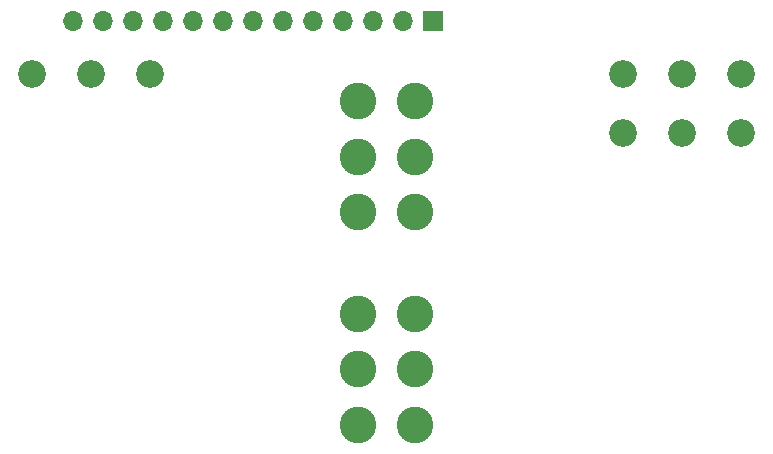
<source format=gts>
G04 #@! TF.GenerationSoftware,KiCad,Pcbnew,6.0.9-8da3e8f707~116~ubuntu22.04.1*
G04 #@! TF.CreationDate,2022-11-09T09:15:30-05:00*
G04 #@! TF.ProjectId,voltproc_b2,766f6c74-7072-46f6-935f-62322e6b6963,rev?*
G04 #@! TF.SameCoordinates,Original*
G04 #@! TF.FileFunction,Soldermask,Top*
G04 #@! TF.FilePolarity,Negative*
%FSLAX46Y46*%
G04 Gerber Fmt 4.6, Leading zero omitted, Abs format (unit mm)*
G04 Created by KiCad (PCBNEW 6.0.9-8da3e8f707~116~ubuntu22.04.1) date 2022-11-09 09:15:30*
%MOMM*%
%LPD*%
G01*
G04 APERTURE LIST*
%ADD10C,2.340000*%
%ADD11C,3.100000*%
%ADD12R,1.700000X1.700000*%
%ADD13O,1.700000X1.700000*%
G04 APERTURE END LIST*
D10*
G04 #@! TO.C,RV3*
X30500000Y-22500000D03*
X25500000Y-22500000D03*
X20500000Y-22500000D03*
G04 #@! TD*
G04 #@! TO.C,RV4*
X80500000Y-22500000D03*
X75500000Y-22500000D03*
X70500000Y-22500000D03*
X80500000Y-27500000D03*
X75500000Y-27500000D03*
X70500000Y-27500000D03*
G04 #@! TD*
D11*
G04 #@! TO.C,SW2*
X48085000Y-42800000D03*
X48085000Y-47500000D03*
X48085000Y-52200000D03*
X52915000Y-42800000D03*
X52915000Y-47500000D03*
X52915000Y-52200000D03*
G04 #@! TD*
G04 #@! TO.C,SW1*
X52915000Y-34200000D03*
X52915000Y-29500000D03*
X52915000Y-24800000D03*
X48085000Y-34200000D03*
X48085000Y-29500000D03*
X48085000Y-24800000D03*
G04 #@! TD*
D12*
G04 #@! TO.C,J7*
X54400000Y-18000000D03*
D13*
X51860000Y-18000000D03*
X49320000Y-18000000D03*
X46780000Y-18000000D03*
X44240000Y-18000000D03*
X41700000Y-18000000D03*
X39160000Y-18000000D03*
X36620000Y-18000000D03*
X34080000Y-18000000D03*
X31540000Y-18000000D03*
X29000000Y-18000000D03*
X26460000Y-18000000D03*
X23920000Y-18000000D03*
G04 #@! TD*
M02*

</source>
